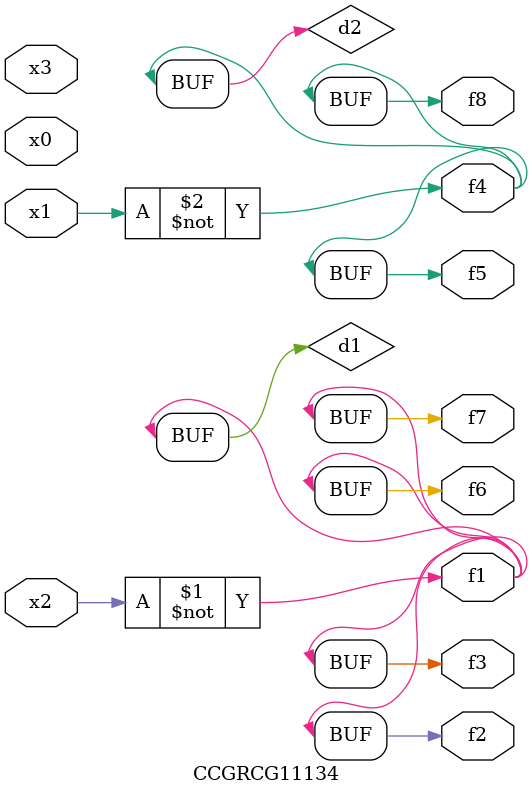
<source format=v>
module CCGRCG11134(
	input x0, x1, x2, x3,
	output f1, f2, f3, f4, f5, f6, f7, f8
);

	wire d1, d2;

	xnor (d1, x2);
	not (d2, x1);
	assign f1 = d1;
	assign f2 = d1;
	assign f3 = d1;
	assign f4 = d2;
	assign f5 = d2;
	assign f6 = d1;
	assign f7 = d1;
	assign f8 = d2;
endmodule

</source>
